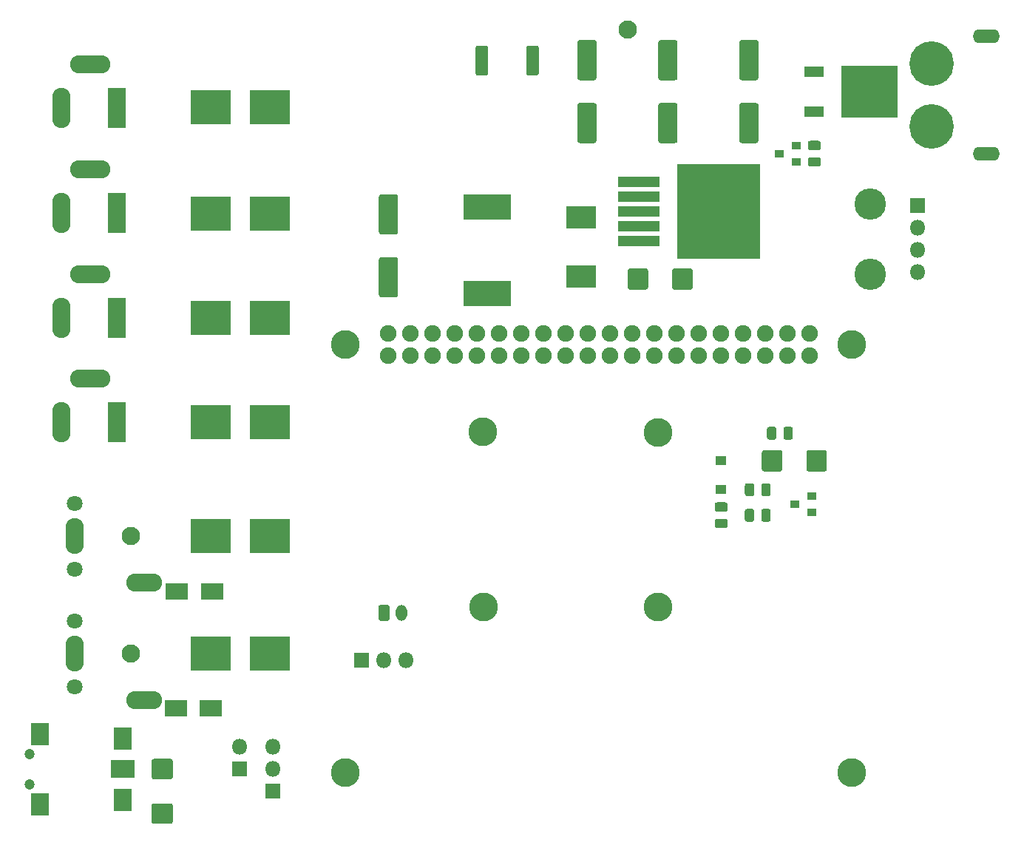
<source format=gbs>
%TF.GenerationSoftware,KiCad,Pcbnew,(5.1.6-0-10_14)*%
%TF.CreationDate,2020-09-02T22:05:45+02:00*%
%TF.ProjectId,Astroberry_power_shield,41737472-6f62-4657-9272-795f706f7765,rev?*%
%TF.SameCoordinates,PX2faf080PY8f0d180*%
%TF.FileFunction,Soldermask,Bot*%
%TF.FilePolarity,Negative*%
%FSLAX46Y46*%
G04 Gerber Fmt 4.6, Leading zero omitted, Abs format (unit mm)*
G04 Created by KiCad (PCBNEW (5.1.6-0-10_14)) date 2020-09-02 22:05:45*
%MOMM*%
%LPD*%
G01*
G04 APERTURE LIST*
%ADD10C,1.900000*%
%ADD11C,3.300000*%
%ADD12C,3.600000*%
%ADD13R,1.800000X1.800000*%
%ADD14O,1.800000X1.800000*%
%ADD15R,1.000000X0.900000*%
%ADD16R,1.300000X1.000000*%
%ADD17O,1.300000X1.850000*%
%ADD18R,2.100000X2.600000*%
%ADD19R,2.700000X2.100000*%
%ADD20R,2.100000X2.650000*%
%ADD21C,1.200000*%
%ADD22R,2.600000X1.900000*%
%ADD23R,5.500000X3.000000*%
%ADD24R,4.700000X1.200000*%
%ADD25R,9.500000X10.900000*%
%ADD26R,3.400000X2.600000*%
%ADD27C,5.100000*%
%ADD28O,3.100000X1.600000*%
%ADD29R,4.600000X3.910000*%
%ADD30R,2.100000X4.600000*%
%ADD31O,2.100000X4.600000*%
%ADD32O,4.600000X2.100000*%
%ADD33O,2.100000X4.100000*%
%ADD34C,1.800000*%
%ADD35C,2.100000*%
%ADD36O,4.100000X2.100000*%
%ADD37R,2.300000X1.300000*%
%ADD38R,6.500000X5.900000*%
G04 APERTURE END LIST*
D10*
%TO.C,J4*%
X91430000Y57630000D03*
X88890000Y57630000D03*
X86350000Y57630000D03*
X83810000Y57630000D03*
X81270000Y57630000D03*
X78730000Y57630000D03*
X76190000Y57630000D03*
X73650000Y57630000D03*
X71110000Y57630000D03*
X68570000Y57630000D03*
X66030000Y57630000D03*
X63490000Y57630000D03*
X60950000Y57630000D03*
X58410000Y57630000D03*
X55870000Y57630000D03*
X53330000Y57630000D03*
X50790000Y57630000D03*
X48250000Y57630000D03*
X45710000Y57630000D03*
X43170000Y57630000D03*
X91430000Y60170000D03*
X88890000Y60170000D03*
X86350000Y60170000D03*
X83810000Y60170000D03*
X81270000Y60170000D03*
X78730000Y60170000D03*
X76190000Y60170000D03*
X73650000Y60170000D03*
X71110000Y60170000D03*
X68570000Y60170000D03*
X66030000Y60170000D03*
X63490000Y60170000D03*
X60950000Y60170000D03*
X58410000Y60170000D03*
X55870000Y60170000D03*
X53330000Y60170000D03*
X50790000Y60170000D03*
X48250000Y60170000D03*
X45710000Y60170000D03*
X43169999Y60170000D03*
D11*
X96300000Y58899999D03*
X96300000Y9899999D03*
X38300000Y9899999D03*
X38300000Y58900000D03*
%TD*%
D12*
%TO.C,J1*%
X98397000Y67016000D03*
X98397000Y75016000D03*
D13*
X103797000Y74816000D03*
D14*
X103797000Y72276000D03*
X103797000Y69736000D03*
X103797000Y67196000D03*
%TD*%
D15*
%TO.C,T21*%
X89716000Y40653000D03*
X91716000Y39703000D03*
X91716000Y41603000D03*
%TD*%
%TO.C,R37*%
G36*
G01*
X81799250Y39783000D02*
X80836750Y39783000D01*
G75*
G02*
X80568000Y40051750I0J268750D01*
G01*
X80568000Y40589250D01*
G75*
G02*
X80836750Y40858000I268750J0D01*
G01*
X81799250Y40858000D01*
G75*
G02*
X82068000Y40589250I0J-268750D01*
G01*
X82068000Y40051750D01*
G75*
G02*
X81799250Y39783000I-268750J0D01*
G01*
G37*
G36*
G01*
X81799250Y37908000D02*
X80836750Y37908000D01*
G75*
G02*
X80568000Y38176750I0J268750D01*
G01*
X80568000Y38714250D01*
G75*
G02*
X80836750Y38983000I268750J0D01*
G01*
X81799250Y38983000D01*
G75*
G02*
X82068000Y38714250I0J-268750D01*
G01*
X82068000Y38176750D01*
G75*
G02*
X81799250Y37908000I-268750J0D01*
G01*
G37*
%TD*%
D16*
%TO.C,D6*%
X81318000Y45605000D03*
X81318000Y42305000D03*
%TD*%
%TO.C,C20*%
G36*
G01*
X85109000Y42785250D02*
X85109000Y41822750D01*
G75*
G02*
X84840250Y41554000I-268750J0D01*
G01*
X84302750Y41554000D01*
G75*
G02*
X84034000Y41822750I0J268750D01*
G01*
X84034000Y42785250D01*
G75*
G02*
X84302750Y43054000I268750J0D01*
G01*
X84840250Y43054000D01*
G75*
G02*
X85109000Y42785250I0J-268750D01*
G01*
G37*
G36*
G01*
X86984000Y42785250D02*
X86984000Y41822750D01*
G75*
G02*
X86715250Y41554000I-268750J0D01*
G01*
X86177750Y41554000D01*
G75*
G02*
X85909000Y41822750I0J268750D01*
G01*
X85909000Y42785250D01*
G75*
G02*
X86177750Y43054000I268750J0D01*
G01*
X86715250Y43054000D01*
G75*
G02*
X86984000Y42785250I0J-268750D01*
G01*
G37*
%TD*%
%TO.C,C19*%
G36*
G01*
X85109000Y39864250D02*
X85109000Y38901750D01*
G75*
G02*
X84840250Y38633000I-268750J0D01*
G01*
X84302750Y38633000D01*
G75*
G02*
X84034000Y38901750I0J268750D01*
G01*
X84034000Y39864250D01*
G75*
G02*
X84302750Y40133000I268750J0D01*
G01*
X84840250Y40133000D01*
G75*
G02*
X85109000Y39864250I0J-268750D01*
G01*
G37*
G36*
G01*
X86984000Y39864250D02*
X86984000Y38901750D01*
G75*
G02*
X86715250Y38633000I-268750J0D01*
G01*
X86177750Y38633000D01*
G75*
G02*
X85909000Y38901750I0J268750D01*
G01*
X85909000Y39864250D01*
G75*
G02*
X86177750Y40133000I268750J0D01*
G01*
X86715250Y40133000D01*
G75*
G02*
X86984000Y39864250I0J-268750D01*
G01*
G37*
%TD*%
D14*
%TO.C,JP3*%
X45250000Y22746000D03*
X42710000Y22746000D03*
D13*
X40170000Y22746000D03*
%TD*%
D17*
%TO.C,J12*%
X44710000Y28207000D03*
G36*
G01*
X42060000Y27552832D02*
X42060000Y28861168D01*
G75*
G02*
X42330832Y29132000I270832J0D01*
G01*
X43089168Y29132000D01*
G75*
G02*
X43360000Y28861168I0J-270832D01*
G01*
X43360000Y27552832D01*
G75*
G02*
X43089168Y27282000I-270832J0D01*
G01*
X42330832Y27282000D01*
G75*
G02*
X42060000Y27552832I0J270832D01*
G01*
G37*
%TD*%
D11*
%TO.C,H6*%
X74050000Y28900000D03*
%TD*%
%TO.C,H5*%
X74050000Y48850000D03*
%TD*%
%TO.C,H4*%
X54100000Y28900000D03*
%TD*%
%TO.C,H3*%
X54050000Y48900000D03*
%TD*%
D14*
%TO.C,JP2*%
X26200000Y12840000D03*
D13*
X26200000Y10300000D03*
%TD*%
D14*
%TO.C,JP1*%
X30010000Y12840000D03*
X30010000Y10300000D03*
D13*
X30010000Y7760000D03*
%TD*%
D18*
%TO.C,J2*%
X12825000Y6800000D03*
D19*
X12825000Y10300000D03*
D18*
X12825000Y13800000D03*
D20*
X3325000Y6275000D03*
X3325000Y14325000D03*
D21*
X2125000Y8550000D03*
X2125000Y12050000D03*
%TD*%
D22*
%TO.C,D18*%
X22866000Y17285000D03*
X18866000Y17285000D03*
%TD*%
%TO.C,D17*%
X22993000Y30620000D03*
X18993000Y30620000D03*
%TD*%
D23*
%TO.C,L1*%
X54521000Y74686000D03*
X54521000Y64786000D03*
%TD*%
D24*
%TO.C,IC3*%
X71860000Y70781000D03*
X71860000Y72481000D03*
X71860000Y74181000D03*
X71860000Y75881000D03*
X71860000Y77581000D03*
D25*
X81010000Y74181000D03*
%TD*%
D26*
%TO.C,D4*%
X65316000Y73517000D03*
X65316000Y66717000D03*
%TD*%
%TO.C,C14*%
G36*
G01*
X44056095Y71544000D02*
X42379905Y71544000D01*
G75*
G02*
X42118000Y71805905I0J261905D01*
G01*
X42118000Y75882095D01*
G75*
G02*
X42379905Y76144000I261905J0D01*
G01*
X44056095Y76144000D01*
G75*
G02*
X44318000Y75882095I0J-261905D01*
G01*
X44318000Y71805905D01*
G75*
G02*
X44056095Y71544000I-261905J0D01*
G01*
G37*
G36*
G01*
X44056095Y64344000D02*
X42379905Y64344000D01*
G75*
G02*
X42118000Y64605905I0J261905D01*
G01*
X42118000Y68682095D01*
G75*
G02*
X42379905Y68944000I261905J0D01*
G01*
X44056095Y68944000D01*
G75*
G02*
X44318000Y68682095I0J-261905D01*
G01*
X44318000Y64605905D01*
G75*
G02*
X44056095Y64344000I-261905J0D01*
G01*
G37*
%TD*%
D27*
%TO.C,J3*%
X105448000Y91116000D03*
X105448000Y83916000D03*
D28*
X111648000Y94216000D03*
X111648000Y80816000D03*
%TD*%
D29*
%TO.C,F6*%
X29648000Y50051000D03*
X22898000Y50051000D03*
%TD*%
%TO.C,F5*%
X29648000Y61989000D03*
X22898000Y61989000D03*
%TD*%
%TO.C,F4*%
X29648000Y73927000D03*
X22898000Y73927000D03*
%TD*%
%TO.C,F3*%
X29648000Y86119000D03*
X22898000Y86119000D03*
%TD*%
%TO.C,F2*%
X22879000Y23508000D03*
X29629000Y23508000D03*
%TD*%
%TO.C,F1*%
X22879000Y36970000D03*
X29629000Y36970000D03*
%TD*%
D30*
%TO.C,J9*%
X12100000Y50000000D03*
D31*
X5800000Y50000000D03*
D32*
X9100000Y55000000D03*
%TD*%
D30*
%TO.C,J8*%
X12100000Y62000000D03*
D31*
X5800000Y62000000D03*
D32*
X9100000Y67000000D03*
%TD*%
D30*
%TO.C,J7*%
X12100000Y74000000D03*
D31*
X5800000Y74000000D03*
D32*
X9100000Y79000000D03*
%TD*%
D30*
%TO.C,J6*%
X12100000Y86000000D03*
D31*
X5800000Y86000000D03*
D32*
X9100000Y91000000D03*
%TD*%
D33*
%TO.C,J11*%
X7253000Y23508000D03*
D34*
X7253000Y19758000D03*
X7253000Y27258000D03*
D35*
X13753000Y23508000D03*
D36*
X15253000Y18208000D03*
%TD*%
D33*
%TO.C,J10*%
X7253000Y36970000D03*
D34*
X7253000Y33220000D03*
X7253000Y40720000D03*
D35*
X13753000Y36970000D03*
D36*
X15253000Y31670000D03*
%TD*%
%TO.C,C10*%
G36*
G01*
X87649000Y49262250D02*
X87649000Y48299750D01*
G75*
G02*
X87380250Y48031000I-268750J0D01*
G01*
X86842750Y48031000D01*
G75*
G02*
X86574000Y48299750I0J268750D01*
G01*
X86574000Y49262250D01*
G75*
G02*
X86842750Y49531000I268750J0D01*
G01*
X87380250Y49531000D01*
G75*
G02*
X87649000Y49262250I0J-268750D01*
G01*
G37*
G36*
G01*
X89524000Y49262250D02*
X89524000Y48299750D01*
G75*
G02*
X89255250Y48031000I-268750J0D01*
G01*
X88717750Y48031000D01*
G75*
G02*
X88449000Y48299750I0J268750D01*
G01*
X88449000Y49262250D01*
G75*
G02*
X88717750Y49531000I268750J0D01*
G01*
X89255250Y49531000D01*
G75*
G02*
X89524000Y49262250I0J-268750D01*
G01*
G37*
%TD*%
%TO.C,C8*%
G36*
G01*
X91075000Y44642110D02*
X91075000Y46569890D01*
G75*
G02*
X91336110Y46831000I261110J0D01*
G01*
X93163890Y46831000D01*
G75*
G02*
X93425000Y46569890I0J-261110D01*
G01*
X93425000Y44642110D01*
G75*
G02*
X93163890Y44381000I-261110J0D01*
G01*
X91336110Y44381000D01*
G75*
G02*
X91075000Y44642110I0J261110D01*
G01*
G37*
G36*
G01*
X85975000Y44642110D02*
X85975000Y46569890D01*
G75*
G02*
X86236110Y46831000I261110J0D01*
G01*
X88063890Y46831000D01*
G75*
G02*
X88325000Y46569890I0J-261110D01*
G01*
X88325000Y44642110D01*
G75*
G02*
X88063890Y44381000I-261110J0D01*
G01*
X86236110Y44381000D01*
G75*
G02*
X85975000Y44642110I0J261110D01*
G01*
G37*
%TD*%
D35*
%TO.C,TP1*%
X70650000Y95009000D03*
%TD*%
%TO.C,R7*%
G36*
G01*
X58982000Y89996518D02*
X58982000Y92909482D01*
G75*
G02*
X59250518Y93178000I268518J0D01*
G01*
X60163482Y93178000D01*
G75*
G02*
X60432000Y92909482I0J-268518D01*
G01*
X60432000Y89996518D01*
G75*
G02*
X60163482Y89728000I-268518J0D01*
G01*
X59250518Y89728000D01*
G75*
G02*
X58982000Y89996518I0J268518D01*
G01*
G37*
G36*
G01*
X53182000Y89996518D02*
X53182000Y92909482D01*
G75*
G02*
X53450518Y93178000I268518J0D01*
G01*
X54363482Y93178000D01*
G75*
G02*
X54632000Y92909482I0J-268518D01*
G01*
X54632000Y89996518D01*
G75*
G02*
X54363482Y89728000I-268518J0D01*
G01*
X53450518Y89728000D01*
G75*
G02*
X53182000Y89996518I0J268518D01*
G01*
G37*
%TD*%
%TO.C,R1*%
G36*
G01*
X91504750Y80385000D02*
X92467250Y80385000D01*
G75*
G02*
X92736000Y80116250I0J-268750D01*
G01*
X92736000Y79578750D01*
G75*
G02*
X92467250Y79310000I-268750J0D01*
G01*
X91504750Y79310000D01*
G75*
G02*
X91236000Y79578750I0J268750D01*
G01*
X91236000Y80116250D01*
G75*
G02*
X91504750Y80385000I268750J0D01*
G01*
G37*
G36*
G01*
X91504750Y82260000D02*
X92467250Y82260000D01*
G75*
G02*
X92736000Y81991250I0J-268750D01*
G01*
X92736000Y81453750D01*
G75*
G02*
X92467250Y81185000I-268750J0D01*
G01*
X91504750Y81185000D01*
G75*
G02*
X91236000Y81453750I0J268750D01*
G01*
X91236000Y81991250D01*
G75*
G02*
X91504750Y82260000I268750J0D01*
G01*
G37*
%TD*%
D37*
%TO.C,T1*%
X91977000Y85617000D03*
X91977000Y90177000D03*
D38*
X98277000Y87897000D03*
%TD*%
D15*
%TO.C,D1*%
X89938000Y81735000D03*
X89938000Y79835000D03*
X87938000Y80785000D03*
%TD*%
%TO.C,C7*%
G36*
G01*
X75708000Y65470110D02*
X75708000Y67397890D01*
G75*
G02*
X75969110Y67659000I261110J0D01*
G01*
X77796890Y67659000D01*
G75*
G02*
X78058000Y67397890I0J-261110D01*
G01*
X78058000Y65470110D01*
G75*
G02*
X77796890Y65209000I-261110J0D01*
G01*
X75969110Y65209000D01*
G75*
G02*
X75708000Y65470110I0J261110D01*
G01*
G37*
G36*
G01*
X70608000Y65470110D02*
X70608000Y67397890D01*
G75*
G02*
X70869110Y67659000I261110J0D01*
G01*
X72696890Y67659000D01*
G75*
G02*
X72958000Y67397890I0J-261110D01*
G01*
X72958000Y65470110D01*
G75*
G02*
X72696890Y65209000I-261110J0D01*
G01*
X70869110Y65209000D01*
G75*
G02*
X70608000Y65470110I0J261110D01*
G01*
G37*
%TD*%
%TO.C,C5*%
G36*
G01*
X65112905Y86597000D02*
X66789095Y86597000D01*
G75*
G02*
X67051000Y86335095I0J-261905D01*
G01*
X67051000Y82258905D01*
G75*
G02*
X66789095Y81997000I-261905J0D01*
G01*
X65112905Y81997000D01*
G75*
G02*
X64851000Y82258905I0J261905D01*
G01*
X64851000Y86335095D01*
G75*
G02*
X65112905Y86597000I261905J0D01*
G01*
G37*
G36*
G01*
X65112905Y93797000D02*
X66789095Y93797000D01*
G75*
G02*
X67051000Y93535095I0J-261905D01*
G01*
X67051000Y89458905D01*
G75*
G02*
X66789095Y89197000I-261905J0D01*
G01*
X65112905Y89197000D01*
G75*
G02*
X64851000Y89458905I0J261905D01*
G01*
X64851000Y93535095D01*
G75*
G02*
X65112905Y93797000I261905J0D01*
G01*
G37*
%TD*%
%TO.C,C4*%
G36*
G01*
X74383905Y86597000D02*
X76060095Y86597000D01*
G75*
G02*
X76322000Y86335095I0J-261905D01*
G01*
X76322000Y82258905D01*
G75*
G02*
X76060095Y81997000I-261905J0D01*
G01*
X74383905Y81997000D01*
G75*
G02*
X74122000Y82258905I0J261905D01*
G01*
X74122000Y86335095D01*
G75*
G02*
X74383905Y86597000I261905J0D01*
G01*
G37*
G36*
G01*
X74383905Y93797000D02*
X76060095Y93797000D01*
G75*
G02*
X76322000Y93535095I0J-261905D01*
G01*
X76322000Y89458905D01*
G75*
G02*
X76060095Y89197000I-261905J0D01*
G01*
X74383905Y89197000D01*
G75*
G02*
X74122000Y89458905I0J261905D01*
G01*
X74122000Y93535095D01*
G75*
G02*
X74383905Y93797000I261905J0D01*
G01*
G37*
%TD*%
%TO.C,C3*%
G36*
G01*
X83654905Y86597000D02*
X85331095Y86597000D01*
G75*
G02*
X85593000Y86335095I0J-261905D01*
G01*
X85593000Y82258905D01*
G75*
G02*
X85331095Y81997000I-261905J0D01*
G01*
X83654905Y81997000D01*
G75*
G02*
X83393000Y82258905I0J261905D01*
G01*
X83393000Y86335095D01*
G75*
G02*
X83654905Y86597000I261905J0D01*
G01*
G37*
G36*
G01*
X83654905Y93797000D02*
X85331095Y93797000D01*
G75*
G02*
X85593000Y93535095I0J-261905D01*
G01*
X85593000Y89458905D01*
G75*
G02*
X85331095Y89197000I-261905J0D01*
G01*
X83654905Y89197000D01*
G75*
G02*
X83393000Y89458905I0J261905D01*
G01*
X83393000Y93535095D01*
G75*
G02*
X83654905Y93797000I261905J0D01*
G01*
G37*
%TD*%
%TO.C,C2*%
G36*
G01*
X16346110Y6385000D02*
X18273890Y6385000D01*
G75*
G02*
X18535000Y6123890I0J-261110D01*
G01*
X18535000Y4296110D01*
G75*
G02*
X18273890Y4035000I-261110J0D01*
G01*
X16346110Y4035000D01*
G75*
G02*
X16085000Y4296110I0J261110D01*
G01*
X16085000Y6123890D01*
G75*
G02*
X16346110Y6385000I261110J0D01*
G01*
G37*
G36*
G01*
X16346110Y11485000D02*
X18273890Y11485000D01*
G75*
G02*
X18535000Y11223890I0J-261110D01*
G01*
X18535000Y9396110D01*
G75*
G02*
X18273890Y9135000I-261110J0D01*
G01*
X16346110Y9135000D01*
G75*
G02*
X16085000Y9396110I0J261110D01*
G01*
X16085000Y11223890D01*
G75*
G02*
X16346110Y11485000I261110J0D01*
G01*
G37*
%TD*%
M02*

</source>
